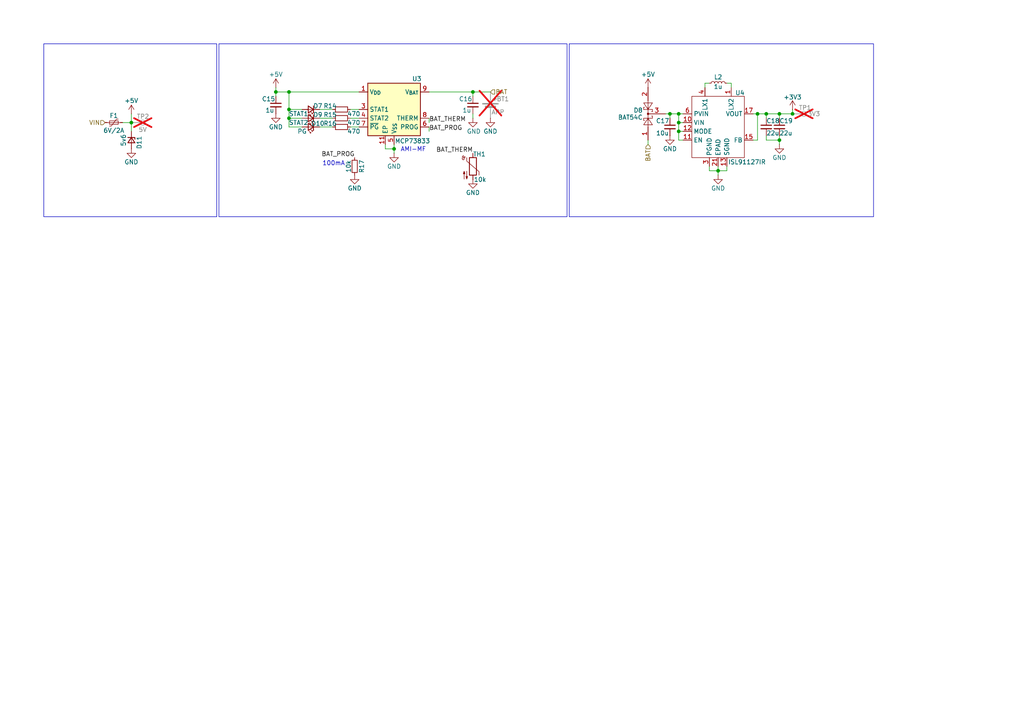
<source format=kicad_sch>
(kicad_sch (version 20231120) (generator "eeschema") (generator_version "8.0")
  (paper "A4")
  (lib_symbols
    (symbol "Battery_Management:MCP73833-xxx-MF"
      (property "Reference" "U" (at -6.35 8.89 0))
      (property "Value" "MCP73833-xxx-MF" (at 10.16 8.89 0))
      (symbol "MCP73833-xxx-MF_1_1"
        (rectangle (start -7.62 7.62) (end 7.62 -7.62) (stroke (width 0.254)) (fill (type background)))
        (pin power_in line (at -10.16 5.08 0) (length 2.54) (name "V_{DD}") (number "1"))
        (pin passive line (at 10.16 5.08 180) (length 2.54) hide (name "V_{BAT}") (number "10"))
        (pin power_in line (at -2.54 -10.16 90) (length 2.54) (name "EP") (number "11"))
        (pin passive line (at -10.16 5.08 0) (length 2.54) hide (name "V_{DD}") (number "2"))
        (pin open_collector line (at -10.16 0 0) (length 2.54) (name "STAT1") (number "3"))
        (pin open_collector line (at -10.16 -2.54 0) (length 2.54) (name "STAT2") (number "4"))
        (pin power_in line (at 0 -10.16 90) (length 2.54) (name "V_{SS}") (number "5"))
        (pin input line (at 10.16 -5.08 180) (length 2.54) (name "PROG") (number "6"))
        (pin open_collector line (at -10.16 -5.08 0) (length 2.54) (name "~{PG}") (number "7"))
        (pin passive line (at 10.16 -2.54 180) (length 2.54) (name "THERM") (number "8"))
        (pin power_out line (at 10.16 5.08 180) (length 2.54) (name "V_{BAT}") (number "9"))
      )
    )
    (symbol "Connector:TestPoint" (pin_numbers hide) (pin_names (offset 0.762) hide)
      (property "Reference" "TP" (at 0 6.858 0))
      (property "Value" "TestPoint" (at 0 5.08 0))
      (symbol "TestPoint_0_1"
        (circle (center 0 3.302) (radius 0.762))
      )
      (symbol "TestPoint_1_1"
        (pin passive line (at 0 0 90) (length 2.54) (name "1") (number "1"))
      )
    )
    (symbol "Device:Battery_Cell" (pin_numbers hide) (pin_names (offset 0) hide)
      (property "Reference" "BT" (at 2.54 2.54 0))
      (property "Value" "Battery_Cell" (at 2.54 0 0))
      (symbol "Battery_Cell_0_1"
        (rectangle (start -2.286 1.778) (end 2.286 1.524) (fill (type outline)))
        (rectangle (start -1.524 1.016) (end 1.524 0.508) (fill (type outline)))
        (polyline (pts (xy 0 0.762) (xy 0 0)))
        (polyline (pts (xy 0 1.778) (xy 0 2.54)))
        (polyline (pts (xy 0.762 3.048) (xy 1.778 3.048)) (stroke (width 0.254)))
        (polyline (pts (xy 1.27 3.556) (xy 1.27 2.54)) (stroke (width 0.254)))
      )
      (symbol "Battery_Cell_1_1"
        (pin passive line (at 0 5.08 270) (length 2.54) (name "+") (number "1"))
        (pin passive line (at 0 -2.54 90) (length 2.54) (name "-") (number "2"))
      )
    )
    (symbol "Device:C_Small" (pin_numbers hide) (pin_names (offset 0.254) hide)
      (property "Reference" "C" (at 0.254 1.778 0))
      (property "Value" "C_Small" (at 0.254 -2.032 0))
      (symbol "C_Small_0_1"
        (polyline (pts (xy -1.524 -0.508) (xy 1.524 -0.508)) (stroke (width 0.3302)))
        (polyline (pts (xy -1.524 0.508) (xy 1.524 0.508)) (stroke (width 0.3048)))
      )
      (symbol "C_Small_1_1"
        (pin passive line (at 0 2.54 270) (length 2.032) (name "~") (number "1"))
        (pin passive line (at 0 -2.54 90) (length 2.032) (name "~") (number "2"))
      )
    )
    (symbol "Device:D_Zener_Small" (pin_numbers hide) (pin_names (offset 0.254) hide)
      (property "Reference" "D" (at 0 2.286 0))
      (property "Value" "D_Zener_Small" (at 0 -2.286 0))
      (symbol "D_Zener_Small_0_1"
        (polyline (pts (xy 0.762 0) (xy -0.762 0)))
        (polyline (pts (xy -0.254 1.016) (xy -0.762 1.016) (xy -0.762 -1.016)) (stroke (width 0.254)))
        (polyline (pts (xy 0.762 1.016) (xy -0.762 0) (xy 0.762 -1.016) (xy 0.762 1.016)) (stroke (width 0.254)))
      )
      (symbol "D_Zener_Small_1_1"
        (pin passive line (at -2.54 0 0) (length 1.778) (name "K") (number "1"))
        (pin passive line (at 2.54 0 180) (length 1.778) (name "A") (number "2"))
      )
    )
    (symbol "Device:LED_Small" (pin_numbers hide) (pin_names (offset 0.254) hide)
      (property "Reference" "D" (at -1.27 3.175 0))
      (property "Value" "LED_Small" (at -4.445 -2.54 0))
      (symbol "LED_Small_0_1"
        (polyline (pts (xy -0.762 -1.016) (xy -0.762 1.016)) (stroke (width 0.254)))
        (polyline (pts (xy 1.016 0) (xy -0.762 0)))
        (polyline (pts (xy 0.762 -1.016) (xy -0.762 0) (xy 0.762 1.016) (xy 0.762 -1.016)) (stroke (width 0.254)))
        (polyline (pts (xy 0 0.762) (xy -0.508 1.27) (xy -0.254 1.27) (xy -0.508 1.27) (xy -0.508 1.016)))
        (polyline (pts (xy 0.508 1.27) (xy 0 1.778) (xy 0.254 1.778) (xy 0 1.778) (xy 0 1.524)))
      )
      (symbol "LED_Small_1_1"
        (pin passive line (at -2.54 0 0) (length 1.778) (name "K") (number "1"))
        (pin passive line (at 2.54 0 180) (length 1.778) (name "A") (number "2"))
      )
    )
    (symbol "Device:L_Small" (pin_numbers hide) (pin_names (offset 0.254) hide)
      (property "Reference" "L" (at 0.762 1.016 0))
      (property "Value" "L_Small" (at 0.762 -1.016 0))
      (symbol "L_Small_0_1"
        (arc (start 0 -2.032) (mid 0.5058 -1.524) (end 0 -1.016))
        (arc (start 0 -1.016) (mid 0.5058 -0.508) (end 0 0))
        (arc (start 0 0) (mid 0.5058 0.508) (end 0 1.016))
        (arc (start 0 1.016) (mid 0.5058 1.524) (end 0 2.032))
      )
      (symbol "L_Small_1_1"
        (pin passive line (at 0 2.54 270) (length 0.508) (name "~") (number "1"))
        (pin passive line (at 0 -2.54 90) (length 0.508) (name "~") (number "2"))
      )
    )
    (symbol "Device:Polyfuse_Small" (pin_numbers hide) (pin_names (offset 0))
      (property "Reference" "F" (at -1.905 0 90))
      (property "Value" "Polyfuse_Small" (at 1.905 0 90))
      (symbol "Polyfuse_Small_0_1"
        (rectangle (start -0.508 1.27) (end 0.508 -1.27))
        (polyline (pts (xy 0 2.54) (xy 0 -2.54)))
        (polyline (pts (xy -1.016 1.27) (xy -1.016 0.762) (xy 1.016 -0.762) (xy 1.016 -1.27)))
      )
      (symbol "Polyfuse_Small_1_1"
        (pin passive line (at 0 2.54 270) (length 0.635) (name "~") (number "1"))
        (pin passive line (at 0 -2.54 90) (length 0.635) (name "~") (number "2"))
      )
    )
    (symbol "Device:R_Small" (pin_numbers hide) (pin_names (offset 0.254) hide)
      (property "Reference" "R" (at 0.762 0.508 0))
      (property "Value" "R_Small" (at 0.762 -1.016 0))
      (symbol "R_Small_0_1"
        (rectangle (start -0.762 1.778) (end 0.762 -1.778) (stroke (width 0.2032)))
      )
      (symbol "R_Small_1_1"
        (pin passive line (at 0 2.54 270) (length 0.762) (name "~") (number "1"))
        (pin passive line (at 0 -2.54 90) (length 0.762) (name "~") (number "2"))
      )
    )
    (symbol "Device:Thermistor_NTC" (pin_numbers hide) (pin_names (offset 0))
      (property "Reference" "TH" (at -4.445 0 90))
      (property "Value" "Thermistor_NTC" (at 3.175 0 90))
      (symbol "Thermistor_NTC_0_1"
        (arc (start -3.048 2.159) (mid -3.0495 2.3143) (end -3.175 2.413))
        (arc (start -3.048 2.159) (mid -2.9736 1.9794) (end -2.794 1.905))
        (arc (start -3.048 2.794) (mid -2.9736 2.6144) (end -2.794 2.54))
        (arc (start -2.794 1.905) (mid -2.6144 1.9794) (end -2.54 2.159))
        (arc (start -2.794 2.54) (mid -2.4393 2.5587) (end -2.159 2.794))
        (arc (start -2.794 3.048) (mid -2.9736 2.9736) (end -3.048 2.794))
        (arc (start -2.54 2.794) (mid -2.6144 2.9736) (end -2.794 3.048))
        (rectangle (start -1.016 2.54) (end 1.016 -2.54) (stroke (width 0.254)))
        (polyline (pts (xy -2.54 2.159) (xy -2.54 2.794)))
        (polyline (pts (xy -1.778 2.54) (xy -1.778 1.524) (xy 1.778 -1.524) (xy 1.778 -2.54)))
        (polyline (pts (xy -2.54 -3.683) (xy -2.54 -1.397) (xy -2.794 -2.159) (xy -2.286 -2.159) (xy -2.54 -1.397) (xy -2.54 -1.651)) (fill (type outline)))
        (polyline (pts (xy -1.778 -1.397) (xy -1.778 -3.683) (xy -2.032 -2.921) (xy -1.524 -2.921) (xy -1.778 -3.683) (xy -1.778 -3.429)) (fill (type outline)))
      )
      (symbol "Thermistor_NTC_1_1"
        (pin passive line (at 0 3.81 270) (length 1.27) (name "~") (number "1"))
        (pin passive line (at 0 -3.81 90) (length 1.27) (name "~") (number "2"))
      )
    )
    (symbol "Diode:BAT54C" (pin_names (offset 1.016))
      (property "Reference" "D" (at 0.635 -3.81 0))
      (property "Value" "BAT54C" (at -6.35 3.175 0))
      (symbol "BAT54C_0_1"
        (polyline (pts (xy -1.905 0) (xy 1.905 0)))
        (polyline (pts (xy -1.905 1.27) (xy -1.905 1.016)))
        (polyline (pts (xy -1.27 -1.27) (xy -0.635 -1.27)))
        (polyline (pts (xy -1.27 0) (xy -3.81 0)))
        (polyline (pts (xy -1.27 1.27) (xy -1.905 1.27)))
        (polyline (pts (xy -1.27 1.27) (xy -1.27 -1.27)))
        (polyline (pts (xy -0.635 -1.27) (xy -0.635 -1.016)))
        (polyline (pts (xy 0.635 -1.27) (xy 0.635 -1.016)))
        (polyline (pts (xy 1.27 -1.27) (xy 0.635 -1.27)))
        (polyline (pts (xy 1.27 1.27) (xy 1.27 -1.27)))
        (polyline (pts (xy 1.27 1.27) (xy 1.905 1.27)))
        (polyline (pts (xy 1.905 1.27) (xy 1.905 1.016)))
        (polyline (pts (xy 3.81 0) (xy 1.27 0)))
        (polyline (pts (xy -3.175 -1.27) (xy -3.175 1.27) (xy -1.27 0) (xy -3.175 -1.27)))
        (polyline (pts (xy 3.175 -1.27) (xy 3.175 1.27) (xy 1.27 0) (xy 3.175 -1.27)))
        (circle (center 0 0) (radius 0.254) (fill (type outline)))
      )
      (symbol "BAT54C_1_1"
        (pin passive line (at -7.62 0 0) (length 3.81) (name "~") (number "1"))
        (pin passive line (at 7.62 0 180) (length 3.81) (name "~") (number "2"))
        (pin passive line (at 0 -5.08 90) (length 5.08) (name "~") (number "3"))
      )
    )
    (symbol "Marijn:ISL91127IR"
      (property "Reference" "U" (at 6.858 7.366 0))
      (property "Value" "ISL91127IR" (at 8.382 -12.7 0))
      (symbol "ISL91127IR_0_1"
        (rectangle (start -7.62 6.35) (end 7.62 -11.43))
      )
      (symbol "ISL91127IR_1_1"
        (pin bidirectional line (at 3.81 8.89 270) (length 2.54) (name "LX2") (number "1"))
        (pin input line (at -10.16 -1.27 0) (length 2.54) (name "VIN") (number "10"))
        (pin input line (at -10.16 -6.35 0) (length 2.54) (name "EN") (number "11"))
        (pin input line (at -10.16 -3.81 0) (length 2.54) (name "MODE") (number "12"))
        (pin power_in line (at 2.54 -13.97 90) (length 2.54) (name "SGND") (number "13"))
        (pin power_in line (at 2.54 -13.97 90) (length 2.54) hide (name "SGND") (number "14"))
        (pin input line (at 10.16 -6.35 180) (length 2.54) (name "FB") (number "15"))
        (pin power_out line (at 10.16 1.27 180) (length 2.54) (name "VOUT") (number "17"))
        (pin power_out line (at 10.16 1.27 180) (length 2.54) hide (name "VOUT") (number "18"))
        (pin power_out line (at 10.16 1.27 180) (length 2.54) hide (name "VOUT") (number "19"))
        (pin bidirectional line (at 3.81 8.89 270) (length 2.54) hide (name "LX2") (number "2"))
        (pin power_out line (at 10.16 1.27 180) (length 2.54) hide (name "VOUT") (number "20"))
        (pin power_in line (at 0 -13.97 90) (length 2.54) (name "EPAD") (number "21"))
        (pin power_in line (at -2.54 -13.97 90) (length 2.54) (name "PGND") (number "3"))
        (pin bidirectional line (at -3.81 8.89 270) (length 2.54) (name "LX1") (number "4"))
        (pin bidirectional line (at -3.81 8.89 270) (length 2.54) hide (name "LX1") (number "5"))
        (pin input line (at -10.16 1.27 0) (length 2.54) (name "PVIN") (number "6"))
        (pin input line (at -10.16 1.27 0) (length 2.54) hide (name "PVIN") (number "7"))
        (pin input line (at -10.16 1.27 0) (length 2.54) hide (name "PVIN") (number "8"))
        (pin input line (at -10.16 1.27 0) (length 2.54) hide (name "PVIN") (number "9"))
      )
    )
    (symbol "power:+3V3" (power) (pin_numbers hide) (pin_names (offset 0) hide)
      (property "Value" "+3V3" (at 0 3.556 0))
      (symbol "+3V3_0_1"
        (polyline (pts (xy -0.762 1.27) (xy 0 2.54)))
        (polyline (pts (xy 0 0) (xy 0 2.54)))
        (polyline (pts (xy 0 2.54) (xy 0.762 1.27)))
      )
      (symbol "+3V3_1_1"
        (pin power_in line (at 0 0 90) (length 0) (name "~") (number "1"))
      )
    )
    (symbol "power:+5V" (power) (pin_numbers hide) (pin_names (offset 0) hide)
      (property "Value" "+5V" (at 0 3.556 0))
      (symbol "+5V_0_1"
        (polyline (pts (xy -0.762 1.27) (xy 0 2.54)))
        (polyline (pts (xy 0 0) (xy 0 2.54)))
        (polyline (pts (xy 0 2.54) (xy 0.762 1.27)))
      )
      (symbol "+5V_1_1"
        (pin power_in line (at 0 0 90) (length 0) (name "~") (number "1"))
      )
    )
    (symbol "power:GND" (power) (pin_numbers hide) (pin_names (offset 0) hide)
      (property "Value" "GND" (at 0 -3.81 0))
      (symbol "GND_0_1"
        (polyline (pts (xy 0 0) (xy 0 -1.27) (xy 1.27 -1.27) (xy 0 -2.54) (xy -1.27 -1.27) (xy 0 -1.27)))
      )
      (symbol "GND_1_1"
        (pin power_in line (at 0 0 270) (length 0) (name "~") (number "1"))
      )
    )
  )
  (junction (at 83.82 34.29))
  (junction (at 137.16 26.67))
  (junction (at 80.01 26.67))
  (junction (at 196.85 38.1))
  (junction (at 229.87 33.02))
  (junction (at 114.3 43.18))
  (junction (at 222.25 33.02))
  (junction (at 219.71 33.02))
  (junction (at 194.31 33.02))
  (junction (at 196.85 33.02))
  (junction (at 226.06 33.02))
  (junction (at 226.06 40.64))
  (junction (at 208.28 49.53))
  (junction (at 83.82 26.67))
  (junction (at 83.82 31.75))
  (junction (at 196.85 35.56))
  (junction (at 38.1 35.56))
  (wire (pts (xy 101.6 36.83) (xy 104.14 36.83)))
  (wire (pts (xy 83.82 26.67) (xy 104.14 26.67)))
  (wire (pts (xy 218.44 33.02) (xy 219.71 33.02)))
  (wire (pts (xy 205.74 48.26) (xy 205.74 49.53)))
  (wire (pts (xy 137.16 26.67) (xy 142.24 26.67)))
  (wire (pts (xy 204.47 24.13) (xy 205.74 24.13)))
  (wire (pts (xy 83.82 34.29) (xy 87.63 34.29)))
  (wire (pts (xy 204.47 24.13) (xy 204.47 25.4)))
  (wire (pts (xy 210.82 48.26) (xy 210.82 49.53)))
  (wire (pts (xy 210.82 24.13) (xy 212.09 24.13)))
  (wire (pts (xy 226.06 39.37) (xy 226.06 40.64)))
  (wire (pts (xy 187.96 41.91) (xy 187.96 40.64)))
  (wire (pts (xy 38.1 33.02) (xy 38.1 35.56)))
  (wire (pts (xy 101.6 34.29) (xy 104.14 34.29)))
  (wire (pts (xy 226.06 40.64) (xy 226.06 41.91)))
  (wire (pts (xy 111.76 41.91) (xy 111.76 43.18)))
  (wire (pts (xy 196.85 33.02) (xy 196.85 35.56)))
  (wire (pts (xy 114.3 43.18) (xy 114.3 44.45)))
  (wire (pts (xy 229.87 33.02) (xy 226.06 33.02)))
  (wire (pts (xy 83.82 26.67) (xy 83.82 31.75)))
  (wire (pts (xy 196.85 33.02) (xy 198.12 33.02)))
  (wire (pts (xy 83.82 36.83) (xy 87.63 36.83)))
  (wire (pts (xy 80.01 25.4) (xy 80.01 26.67)))
  (wire (pts (xy 196.85 35.56) (xy 198.12 35.56)))
  (wire (pts (xy 92.71 36.83) (xy 96.52 36.83)))
  (wire (pts (xy 196.85 35.56) (xy 196.85 38.1)))
  (wire (pts (xy 83.82 31.75) (xy 83.82 34.29)))
  (wire (pts (xy 219.71 33.02) (xy 222.25 33.02)))
  (wire (pts (xy 83.82 34.29) (xy 83.82 36.83)))
  (wire (pts (xy 124.46 26.67) (xy 137.16 26.67)))
  (wire (pts (xy 226.06 34.29) (xy 226.06 33.02)))
  (wire (pts (xy 222.25 33.02) (xy 226.06 33.02)))
  (wire (pts (xy 212.09 24.13) (xy 212.09 25.4)))
  (wire (pts (xy 196.85 40.64) (xy 198.12 40.64)))
  (wire (pts (xy 114.3 41.91) (xy 114.3 43.18)))
  (wire (pts (xy 137.16 34.29) (xy 137.16 33.02)))
  (wire (pts (xy 208.28 49.53) (xy 210.82 49.53)))
  (wire (pts (xy 80.01 27.94) (xy 80.01 26.67)))
  (wire (pts (xy 194.31 34.29) (xy 194.31 33.02)))
  (wire (pts (xy 83.82 31.75) (xy 87.63 31.75)))
  (wire (pts (xy 222.25 39.37) (xy 222.25 40.64)))
  (wire (pts (xy 196.85 38.1) (xy 196.85 40.64)))
  (wire (pts (xy 229.87 31.75) (xy 229.87 33.02)))
  (wire (pts (xy 193.04 33.02) (xy 194.31 33.02)))
  (wire (pts (xy 38.1 35.56) (xy 38.1 38.1)))
  (wire (pts (xy 80.01 26.67) (xy 83.82 26.67)))
  (wire (pts (xy 101.6 31.75) (xy 104.14 31.75)))
  (wire (pts (xy 222.25 34.29) (xy 222.25 33.02)))
  (wire (pts (xy 92.71 34.29) (xy 96.52 34.29)))
  (wire (pts (xy 196.85 38.1) (xy 198.12 38.1)))
  (wire (pts (xy 219.71 33.02) (xy 219.71 40.64)))
  (wire (pts (xy 124.46 38.1) (xy 124.46 36.83)))
  (wire (pts (xy 205.74 49.53) (xy 208.28 49.53)))
  (wire (pts (xy 111.76 43.18) (xy 114.3 43.18)))
  (wire (pts (xy 208.28 49.53) (xy 208.28 48.26)))
  (wire (pts (xy 208.28 49.53) (xy 208.28 50.8)))
  (wire (pts (xy 219.71 40.64) (xy 218.44 40.64)))
  (wire (pts (xy 137.16 26.67) (xy 137.16 27.94)))
  (wire (pts (xy 194.31 33.02) (xy 196.85 33.02)))
  (wire (pts (xy 222.25 40.64) (xy 226.06 40.64)))
  (wire (pts (xy 124.46 35.56) (xy 124.46 34.29)))
  (wire (pts (xy 35.56 35.56) (xy 38.1 35.56)))
  (wire (pts (xy 92.71 31.75) (xy 96.52 31.75)))
  (rectangle (start 63.5 12.7) (end 164.465 62.865))
  (rectangle (start 165.1 12.7) (end 253.365 62.865))
  (rectangle (start 12.7 12.7) (end 62.865 62.865))
  (text "AMI-MF" (at 119.888 43.434 0) (effects (font (size 1.27 1.27))))
  (text "100mA" (at 96.774 47.498 0) (effects (font (size 1.27 1.27))))
  (label "BAT_THERM" (at 137.16 44.45 180))
  (label "BAT_THERM" (at 124.46 35.56 0))
  (label "BAT_PROG" (at 102.87 45.72 180))
  (label "BAT_PROG" (at 124.46 38.1 0))
  (hierarchical_label "BAT" (shape input) (at 142.24 26.67 0))
  (hierarchical_label "VIN" (shape input) (at 30.48 35.56 180))
  (hierarchical_label "BAT" (shape input) (at 187.96 41.91 270))
  (symbol (lib_id "Battery_Management:MCP73833-xxx-MF") (at 114.3 31.75 0) (unit 1)
    (property "Reference" "U3" (at 120.904 22.86 0))
    (property "Value" "MCP73833" (at 119.634 40.894 0))
    (property "Footprint" "Package_DFN_QFN:DFN-10-1EP_3x3mm_P0.5mm_EP1.58x2.35mm" (effects (hide yes)))
    (property "Datasheet" "https://ww1.microchip.com/downloads/aemDocuments/documents/OTH/ProductDocuments/DataSheets/22005b.pdf" (effects (hide yes)))
    (property "Description" "Stand-Alone Linear Li-Ion / Li-Polymer Charge Management Controller, DFN-10" (effects (hide yes)))
    (property "mouser" " 579-MCP73833T-AMI/MF" (effects (hide yes)))
  )
  (symbol (lib_id "power:GND") (at 114.3 44.45 0) (unit 1)
    (property "Reference" "#PWR040" (effects (hide yes)))
    (property "Value" "GND" (at 114.3 48.26 0))
    (property "Description" "Power symbol creates a global label with name \"GND\" , ground" (effects (hide yes)))
  )
  (symbol (lib_id "power:+3V3") (at 229.87 31.75 0) (unit 1)
    (property "Reference" "#PWR032" (effects (hide yes)))
    (property "Value" "+3V3" (at 229.87 28.194 0))
    (property "Description" "Power symbol creates a global label with name \"+3V3\"" (effects (hide yes)))
  )
  (symbol (lib_id "Connector:TestPoint") (at 38.1 35.56 270) (unit 1) (dnp yes)
    (property "Reference" "TP2" (at 39.624 33.782 90) (effects (justify left)))
    (property "Value" "5V" (at 40.132 37.592 90) (effects (justify left)))
    (property "Footprint" "TestPoint:TestPoint_Pad_D1.5mm" (effects (hide yes)))
    (property "Description" "test point" (effects (hide yes)))
  )
  (symbol (lib_id "Device:C_Small") (at 194.31 36.83 0) (unit 1)
    (property "Reference" "C17" (at 190.246 35.052 0) (effects (justify left)))
    (property "Value" "10u" (at 190.246 38.608 0) (effects (justify left)))
    (property "Footprint" "Capacitor_SMD:C_0603_1608Metric" (effects (hide yes)))
    (property "Description" "Unpolarized capacitor, small symbol" (effects (hide yes)))
    (property "mouser" " 187-CL10A106MQ8NNND" (effects (hide yes)))
  )
  (symbol (lib_id "Device:LED_Small") (at 90.17 34.29 180) (unit 1)
    (property "Reference" "D9" (at 92.202 33.274 0))
    (property "Value" "STAT2" (at 86.614 35.56 0))
    (property "Footprint" "LED_SMD:LED_0603_1608Metric" (effects (hide yes)))
    (property "Description" "AMBER" (effects (hide yes)))
    (property "mouser" " 710-150060AS75000" (effects (hide yes)))
  )
  (symbol (lib_id "power:GND") (at 194.31 39.37 0) (unit 1)
    (property "Reference" "#PWR037" (effects (hide yes)))
    (property "Value" "GND" (at 194.31 43.18 0))
    (property "Description" "Power symbol creates a global label with name \"GND\" , ground" (effects (hide yes)))
  )
  (symbol (lib_id "Device:C_Small") (at 226.06 36.83 0) (unit 1)
    (property "Reference" "C19" (at 226.06 35.052 0) (effects (justify left)))
    (property "Value" "22u" (at 226.06 38.608 0) (effects (justify left)))
    (property "Footprint" "Capacitor_SMD:C_0603_1608Metric" (effects (hide yes)))
    (property "Description" "Unpolarized capacitor, small symbol" (effects (hide yes)))
    (property "mouser" " 187-CL10A226MP8NUNE" (effects (hide yes)))
  )
  (symbol (lib_id "Device:R_Small") (at 102.87 48.26 180) (unit 1)
    (property "Reference" "R17" (at 104.902 48.26 90))
    (property "Value" "10k" (at 101.092 48.26 90))
    (property "Footprint" "Resistor_SMD:R_0603_1608Metric" (effects (hide yes)))
    (property "Description" "Resistor, small symbol" (effects (hide yes)))
    (property "LCSC" "C23186" (effects (hide yes)))
    (property "mouser" " 71-CRCW060310K0FKED" (effects (hide yes)))
  )
  (symbol (lib_id "Device:R_Small") (at 99.06 34.29 270) (unit 1)
    (property "Reference" "R15" (at 95.758 33.274 90))
    (property "Value" "470" (at 102.616 35.56 90))
    (property "Footprint" "Resistor_SMD:R_0603_1608Metric" (effects (hide yes)))
    (property "Description" "Resistor, small symbol" (effects (hide yes)))
    (property "LCSC" "C23186" (effects (hide yes)))
    (property "mouser" " 791-WR06X4700FTL" (effects (hide yes)))
  )
  (symbol (lib_id "Device:Battery_Cell") (at 142.24 31.75 0) (unit 1) (dnp yes)
    (property "Reference" "BT1" (at 144.018 28.702 0) (effects (justify left)))
    (property "Value" "APP" (at 142.494 32.512 0) (effects (justify left)))
    (property "Footprint" "Connector_PinHeader_2.54mm:PinHeader_1x02_P2.54mm_Vertical" (effects (hide yes)))
    (property "Description" "Single-cell battery" (effects (hide yes)))
  )
  (symbol (lib_id "Marijn:ISL91127IR") (at 208.28 34.29 0) (unit 1)
    (property "Reference" "U4" (at 214.63 26.924 0))
    (property "Value" "ISL91127IR" (at 216.662 46.99 0))
    (property "Footprint" "Package_DFN_QFN:QFN-20-1EP_4x4mm_P0.5mm_EP2.7x2.7mm_ThermalVias" (effects (hide yes)))
    (property "Datasheet" "https://nl.mouser.com/datasheet/2/698/REN_isl91127ir_DST_20220826-1998485.pdf" (effects (hide yes)))
    (property "mouser" " 968-ISL91127IRAZ-T" (effects (hide yes)))
  )
  (symbol (lib_id "power:GND") (at 80.01 33.02 0) (unit 1)
    (property "Reference" "#PWR034" (effects (hide yes)))
    (property "Value" "GND" (at 80.01 36.83 0))
    (property "Description" "Power symbol creates a global label with name \"GND\" , ground" (effects (hide yes)))
  )
  (symbol (lib_id "Device:Polyfuse_Small") (at 33.02 35.56 90) (unit 1)
    (property "Reference" "F1" (at 33.02 33.528 90))
    (property "Value" "6V/2A" (at 33.02 37.846 90))
    (property "Footprint" "Fuse:Fuse_1206_3216Metric" (effects (hide yes)))
    (property "Description" "Resettable fuse, polymeric positive temperature coefficient, small symbol" (effects (hide yes)))
    (property "mouser" "504-PTS18126V260" (effects (hide yes)))
  )
  (symbol (lib_id "Device:C_Small") (at 222.25 36.83 0) (unit 1)
    (property "Reference" "C18" (at 222.25 35.052 0) (effects (justify left)))
    (property "Value" "22u" (at 222.25 38.608 0) (effects (justify left)))
    (property "Footprint" "Capacitor_SMD:C_0603_1608Metric" (effects (hide yes)))
    (property "Description" "Unpolarized capacitor, small symbol" (effects (hide yes)))
    (property "mouser" " 187-CL10A226MP8NUNE" (effects (hide yes)))
  )
  (symbol (lib_id "power:GND") (at 137.16 52.07 0) (unit 1)
    (property "Reference" "#PWR043" (effects (hide yes)))
    (property "Value" "GND" (at 137.16 55.88 0))
    (property "Description" "Power symbol creates a global label with name \"GND\" , ground" (effects (hide yes)))
  )
  (symbol (lib_id "Diode:BAT54C") (at 187.96 33.02 90) (unit 1)
    (property "Reference" "D8" (at 186.436 32.004 90) (effects (justify left)))
    (property "Value" "BAT54C" (at 186.436 34.036 90) (effects (justify left)))
    (property "Footprint" "Package_TO_SOT_SMD:SOT-23" (effects (hide yes)))
    (property "Datasheet" "http://www.diodes.com/_files/datasheets/ds11005.pdf" (effects (hide yes)))
    (property "Description" "dual schottky barrier diode, common cathode" (effects (hide yes)))
    (property "mouser" " 583-BAT54C" (effects (hide yes)))
  )
  (symbol (lib_id "Device:L_Small") (at 208.28 24.13 90) (unit 1)
    (property "Reference" "L2" (at 208.28 22.352 90))
    (property "Value" "1u" (at 208.28 25.146 90))
    (property "Footprint" "Inductor_SMD:L_0805_2012Metric" (effects (hide yes)))
    (property "Description" "Inductor, small symbol" (effects (hide yes)))
    (property "mouser" " 810-MLZ2012N1R0LT000" (effects (hide yes)))
  )
  (symbol (lib_id "Device:C_Small") (at 80.01 30.48 0) (unit 1)
    (property "Reference" "C15" (at 75.946 28.702 0) (effects (justify left)))
    (property "Value" "1u" (at 76.962 32.004 0) (effects (justify left)))
    (property "Footprint" "Capacitor_SMD:C_0603_1608Metric" (effects (hide yes)))
    (property "Description" "Unpolarized capacitor, small symbol" (effects (hide yes)))
    (property "mouser" " 963-MLAST168SB7105KT" (effects (hide yes)))
  )
  (symbol (lib_id "power:GND") (at 142.24 34.29 0) (unit 1)
    (property "Reference" "#PWR036" (effects (hide yes)))
    (property "Value" "GND" (at 142.24 38.1 0))
    (property "Description" "Power symbol creates a global label with name \"GND\" , ground" (effects (hide yes)))
  )
  (symbol (lib_id "Device:R_Small") (at 99.06 31.75 270) (unit 1)
    (property "Reference" "R14" (at 95.758 30.734 90))
    (property "Value" "470" (at 102.616 33.02 90))
    (property "Footprint" "Resistor_SMD:R_0603_1608Metric" (effects (hide yes)))
    (property "Description" "Resistor, small symbol" (effects (hide yes)))
    (property "LCSC" "C23186" (effects (hide yes)))
    (property "mouser" " 791-WR06X4700FTL" (effects (hide yes)))
  )
  (symbol (lib_id "power:GND") (at 38.1 43.18 0) (unit 1)
    (property "Reference" "#PWR039" (effects (hide yes)))
    (property "Value" "GND" (at 38.1 46.99 0))
    (property "Description" "Power symbol creates a global label with name \"GND\" , ground" (effects (hide yes)))
  )
  (symbol (lib_id "power:+5V") (at 187.96 25.4 0) (unit 1)
    (property "Reference" "#PWR031" (effects (hide yes)))
    (property "Value" "+5V" (at 187.96 21.59 0))
    (property "Description" "Power symbol creates a global label with name \"+5V\"" (effects (hide yes)))
  )
  (symbol (lib_id "Device:Thermistor_NTC") (at 137.16 48.26 0) (unit 1)
    (property "Reference" "TH1" (at 137.16 44.704 0) (effects (justify left)))
    (property "Value" "10k" (at 137.414 52.07 0) (effects (justify left)))
    (property "Footprint" "Resistor_SMD:R_0603_1608Metric" (effects (hide yes)))
    (property "Description" "Temperature dependent resistor, negative temperature coefficient" (effects (hide yes)))
    (property "mouser" " 667-ERT-J1VR103J" (effects (hide yes)))
  )
  (symbol (lib_id "Device:C_Small") (at 137.16 30.48 0) (unit 1)
    (property "Reference" "C16" (at 133.096 28.702 0) (effects (justify left)))
    (property "Value" "1u" (at 134.112 32.004 0) (effects (justify left)))
    (property "Footprint" "Capacitor_SMD:C_0603_1608Metric" (effects (hide yes)))
    (property "Description" "Unpolarized capacitor, small symbol" (effects (hide yes)))
    (property "mouser" " 963-MLAST168SB7105KT" (effects (hide yes)))
  )
  (symbol (lib_id "power:+5V") (at 38.1 33.02 0) (unit 1)
    (property "Reference" "#PWR033" (effects (hide yes)))
    (property "Value" "+5V" (at 38.1 29.21 0))
    (property "Description" "Power symbol creates a global label with name \"+5V\"" (effects (hide yes)))
  )
  (symbol (lib_id "Device:R_Small") (at 99.06 36.83 270) (unit 1)
    (property "Reference" "R16" (at 95.758 35.814 90))
    (property "Value" "470" (at 102.616 38.1 90))
    (property "Footprint" "Resistor_SMD:R_0603_1608Metric" (effects (hide yes)))
    (property "Description" "Resistor, small symbol" (effects (hide yes)))
    (property "LCSC" "C23186" (effects (hide yes)))
    (property "mouser" " 791-WR06X4700FTL" (effects (hide yes)))
  )
  (symbol (lib_id "Device:LED_Small") (at 90.17 31.75 180) (unit 1)
    (property "Reference" "D7" (at 92.202 30.734 0))
    (property "Value" "STAT1" (at 86.614 33.02 0))
    (property "Footprint" "LED_SMD:LED_0603_1608Metric" (effects (hide yes)))
    (property "Description" "AMBER" (effects (hide yes)))
    (property "mouser" " 710-150060AS75000" (effects (hide yes)))
  )
  (symbol (lib_id "Device:D_Zener_Small") (at 38.1 40.64 270) (unit 1)
    (property "Reference" "D11" (at 40.386 39.37 0) (effects (justify left)))
    (property "Value" "5v6" (at 35.814 38.862 0) (effects (justify left)))
    (property "Footprint" "Diode_SMD:D_SOD-123" (effects (hide yes)))
    (property "Description" "Zener diode, small symbol" (effects (hide yes)))
    (property "mouser" " 78-BZT52C5V6-E3-08" (effects (hide yes)))
  )
  (symbol (lib_id "power:+5V") (at 80.01 25.4 0) (unit 1)
    (property "Reference" "#PWR030" (effects (hide yes)))
    (property "Value" "+5V" (at 80.01 21.59 0))
    (property "Description" "Power symbol creates a global label with name \"+5V\"" (effects (hide yes)))
  )
  (symbol (lib_id "power:GND") (at 226.06 41.91 0) (unit 1)
    (property "Reference" "#PWR038" (effects (hide yes)))
    (property "Value" "GND" (at 226.06 45.72 0))
    (property "Description" "Power symbol creates a global label with name \"GND\" , ground" (effects (hide yes)))
  )
  (symbol (lib_id "power:GND") (at 208.28 50.8 0) (unit 1)
    (property "Reference" "#PWR042" (effects (hide yes)))
    (property "Value" "GND" (at 208.28 54.61 0))
    (property "Description" "Power symbol creates a global label with name \"GND\" , ground" (effects (hide yes)))
  )
  (symbol (lib_id "Device:LED_Small") (at 90.17 36.83 180) (unit 1)
    (property "Reference" "D10" (at 92.202 35.814 0))
    (property "Value" "PG" (at 87.63 38.1 0))
    (property "Footprint" "LED_SMD:LED_0603_1608Metric" (effects (hide yes)))
    (property "Description" "RED" (effects (hide yes)))
    (property "mouser" " 710-150060RS75000" (effects (hide yes)))
  )
  (symbol (lib_id "power:GND") (at 137.16 34.29 0) (unit 1)
    (property "Reference" "#PWR035" (effects (hide yes)))
    (property "Value" "GND" (at 137.414 38.1 0))
    (property "Description" "Power symbol creates a global label with name \"GND\" , ground" (effects (hide yes)))
  )
  (symbol (lib_id "power:GND") (at 102.87 50.8 0) (unit 1)
    (property "Reference" "#PWR041" (effects (hide yes)))
    (property "Value" "GND" (at 102.87 54.61 0))
    (property "Description" "Power symbol creates a global label with name \"GND\" , ground" (effects (hide yes)))
  )
  (symbol (lib_id "Connector:TestPoint") (at 229.87 33.02 270) (unit 1) (dnp yes)
    (property "Reference" "TP1" (at 231.648 31.242 90) (effects (justify left)))
    (property "Value" "3V3" (at 234.188 33.02 90) (effects (justify left)))
    (property "Footprint" "TestPoint:TestPoint_Pad_D1.5mm" (effects (hide yes)))
    (property "Description" "test point" (effects (hide yes)))
  )
)
</source>
